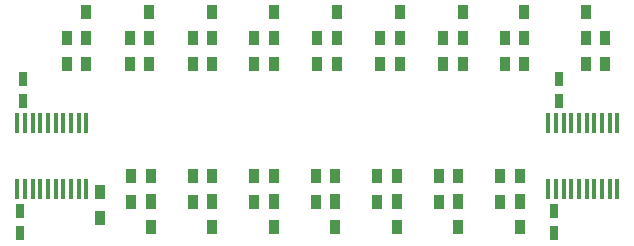
<source format=gbr>
G04 #@! TF.FileFunction,Paste,Top*
%FSLAX46Y46*%
G04 Gerber Fmt 4.6, Leading zero omitted, Abs format (unit mm)*
G04 Created by KiCad (PCBNEW 4.0.2+dfsg1-stable) date Thu 26 Jul 2018 23:23:47 BST*
%MOMM*%
G01*
G04 APERTURE LIST*
%ADD10C,0.100000*%
%ADD11R,0.750000X1.200000*%
%ADD12R,0.900000X1.200000*%
%ADD13R,0.355600X1.676400*%
G04 APERTURE END LIST*
D10*
D11*
X123190000Y-112715000D03*
X123190000Y-114615000D03*
X123444000Y-103439000D03*
X123444000Y-101539000D03*
X168402000Y-112715000D03*
X168402000Y-114615000D03*
X168783000Y-103439000D03*
X168783000Y-101539000D03*
D12*
X127127000Y-100287000D03*
X127127000Y-98087000D03*
X132461000Y-100287000D03*
X132461000Y-98087000D03*
X137795000Y-100287000D03*
X137795000Y-98087000D03*
X143002000Y-100287000D03*
X143002000Y-98087000D03*
X148336000Y-100287000D03*
X148336000Y-98087000D03*
X153670000Y-100287000D03*
X153670000Y-98087000D03*
X159004000Y-100287000D03*
X159004000Y-98087000D03*
X164211000Y-100287000D03*
X164211000Y-98087000D03*
X172720000Y-100287000D03*
X172720000Y-98087000D03*
X163830000Y-111971000D03*
X163830000Y-109771000D03*
X158623000Y-111971000D03*
X158623000Y-109771000D03*
X153416000Y-111971000D03*
X153416000Y-109771000D03*
X148209000Y-111971000D03*
X148209000Y-109771000D03*
X143002000Y-111971000D03*
X143002000Y-109771000D03*
X137795000Y-111971000D03*
X137795000Y-109771000D03*
X132588000Y-111971000D03*
X132588000Y-109771000D03*
X128778000Y-100287000D03*
X128778000Y-98087000D03*
X134112000Y-100287000D03*
X134112000Y-98087000D03*
X139446000Y-100287000D03*
X139446000Y-98087000D03*
X144653000Y-100287000D03*
X144653000Y-98087000D03*
X149987000Y-100287000D03*
X149987000Y-98087000D03*
X155321000Y-100287000D03*
X155321000Y-98087000D03*
X160655000Y-100287000D03*
X160655000Y-98087000D03*
X165862000Y-100287000D03*
X165862000Y-98087000D03*
X171069000Y-100287000D03*
X171069000Y-98087000D03*
X165481000Y-109771000D03*
X165481000Y-111971000D03*
X160274000Y-109771000D03*
X160274000Y-111971000D03*
X155067000Y-109771000D03*
X155067000Y-111971000D03*
X149860000Y-109771000D03*
X149860000Y-111971000D03*
X144653000Y-109771000D03*
X144653000Y-111971000D03*
X139446000Y-109771000D03*
X139446000Y-111971000D03*
X134239000Y-109771000D03*
X134239000Y-111971000D03*
X129921000Y-111168000D03*
X129921000Y-113368000D03*
X128778000Y-95928000D03*
X128778000Y-98128000D03*
X134112000Y-95928000D03*
X134112000Y-98128000D03*
X139446000Y-95928000D03*
X139446000Y-98128000D03*
X144653000Y-95928000D03*
X144653000Y-98128000D03*
X149987000Y-95928000D03*
X149987000Y-98128000D03*
X155321000Y-95928000D03*
X155321000Y-98128000D03*
X160655000Y-95928000D03*
X160655000Y-98128000D03*
X165862000Y-95928000D03*
X165862000Y-98128000D03*
X171069000Y-95928000D03*
X171069000Y-98128000D03*
X165481000Y-114130000D03*
X165481000Y-111930000D03*
X160274000Y-114130000D03*
X160274000Y-111930000D03*
X155067000Y-114130000D03*
X155067000Y-111930000D03*
X149860000Y-114130000D03*
X149860000Y-111930000D03*
X144653000Y-114130000D03*
X144653000Y-111930000D03*
X139446000Y-114130000D03*
X139446000Y-111930000D03*
X134239000Y-114130000D03*
X134239000Y-111930000D03*
D13*
X122932000Y-110896400D03*
X123582001Y-110896400D03*
X124231999Y-110896400D03*
X124882001Y-110896400D03*
X125531999Y-110896400D03*
X126181998Y-110896400D03*
X126831999Y-110896400D03*
X127481998Y-110896400D03*
X128131999Y-110896400D03*
X128781998Y-110896400D03*
X128782000Y-105257600D03*
X128132002Y-105257600D03*
X127482001Y-105257600D03*
X126832002Y-105257600D03*
X126182001Y-105257600D03*
X125532002Y-105257600D03*
X124882001Y-105257600D03*
X124232002Y-105257600D03*
X123582001Y-105257600D03*
X122932002Y-105257600D03*
X167890000Y-110896400D03*
X168540001Y-110896400D03*
X169189999Y-110896400D03*
X169840001Y-110896400D03*
X170489999Y-110896400D03*
X171139998Y-110896400D03*
X171789999Y-110896400D03*
X172439998Y-110896400D03*
X173089999Y-110896400D03*
X173739998Y-110896400D03*
X173740000Y-105257600D03*
X173090002Y-105257600D03*
X172440001Y-105257600D03*
X171790002Y-105257600D03*
X171140001Y-105257600D03*
X170490002Y-105257600D03*
X169840001Y-105257600D03*
X169190002Y-105257600D03*
X168540001Y-105257600D03*
X167890002Y-105257600D03*
M02*

</source>
